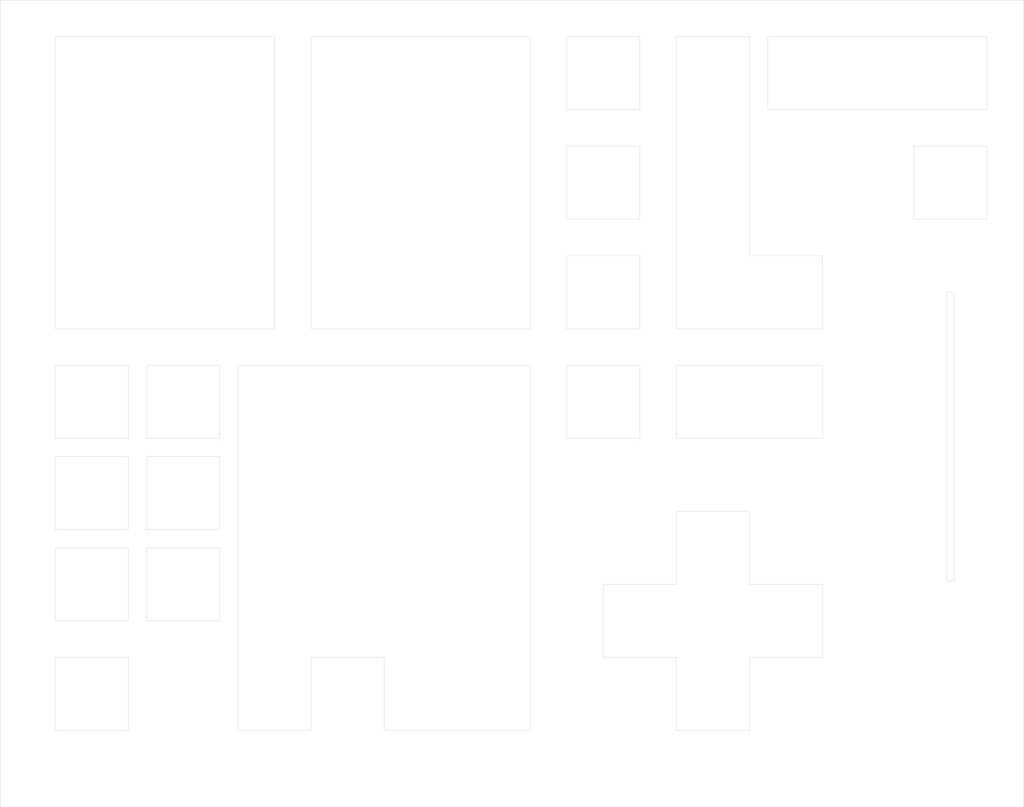
<source format=kicad_pcb>
(kicad_pcb (version 20221018) (generator pcbnew)
  (layers (0 "F.Cu" signal) (31 "B.Cu" signal) (34 "B.Paste" user) (35 "F.Paste" user) (36 "B.SilkS" user "B.Silkscreen") (37 "F.SilkS" user "F.Silkscreen") (38 "B.Mask" user) (39 "F.Mask" user) (44 "Edge.Cuts" user))
  (net 0 "")
  (footprint "MountingHole:MountingHole_3.2mm_M3_DIN965" (layer "F.Cu") (at 85 44)
    (fp_text reference "H6" hide)
    (fp_text value "MountingHole")
    (pad "" np_thru_hole circle (at 0 0) (size 3.2 3.2) (drill 3.2) (layers "F&B.Cu" "*.Mask"))
  )
  (footprint "MountingHole:MountingHole_3.2mm_M3_DIN965" (layer "F.Cu") (at 85.08 159)
    (fp_text reference "H1" hide)
    (fp_text value "MountingHole")
    (pad "" np_thru_hole circle (at 0 0) (size 3.2 3.2) (drill 3.2) (layers "F&B.Cu" "*.Mask"))
  )
  (footprint "MountingHole:MountingHole_3.2mm_M3_DIN965" (layer "F.Cu") (at 230 44)
    (fp_text reference "H5" hide)
    (fp_text value "MountingHole")
    (pad "" np_thru_hole circle (at 0 0) (size 3.2 3.2) (drill 3.2) (layers "F&B.Cu" "*.Mask"))
  )
  (footprint "MountingHole:MountingHole_3.2mm_M3_DIN965" (layer "F.Cu") (at 355 214)
    (fp_text reference "H3" hide)
    (fp_text value "MountingHole")
    (pad "" np_thru_hole circle (at 0 0) (size 3.2 3.2) (drill 3.2) (layers "F&B.Cu" "*.Mask"))
  )
  (footprint "MountingHole:MountingHole_3.2mm_M3_DIN965" (layer "F.Cu") (at 355 239)
    (fp_text reference "H4" hide)
    (fp_text value "MountingHole")
    (pad "" np_thru_hole circle (at 0 0) (size 3.2 3.2) (drill 3.2) (layers "F&B.Cu" "*.Mask"))
  )
  (footprint "MountingHole:MountingHole_3.2mm_M3_DIN965" (layer "F.Cu") (at 230 29)
    (fp_text reference "H4" hide)
    (fp_text value "MountingHole")
    (pad "" np_thru_hole circle (at 0 0) (size 3.2 3.2) (drill 3.2) (layers "F&B.Cu" "*.Mask"))
  )
  (footprint "MountingHole:MountingHole_3.2mm_M3_DIN965" (layer "F.Cu") (at 85 29)
    (fp_text reference "H4" hide)
    (fp_text value "MountingHole")
    (pad "" np_thru_hole circle (at 0 0) (size 3.2 3.2) (drill 3.2) (layers "F&B.Cu" "*.Mask"))
  )
  (footprint "MountingHole:MountingHole_3.2mm_M3_DIN965" (layer "F.Cu") (at 355 29)
    (fp_text reference "H4" hide)
    (fp_text value "MountingHole")
    (pad "" np_thru_hole circle (at 0 0) (size 3.2 3.2) (drill 3.2) (layers "F&B.Cu" "*.Mask"))
  )
  (footprint "MountingHole:MountingHole_3.2mm_M3_DIN965" (layer "F.Cu") (at 230 159)
    (fp_text reference "H2" hide)
    (fp_text value "MountingHole")
    (pad "" np_thru_hole circle (at 0 0) (size 3.2 3.2) (drill 3.2) (layers "F&B.Cu" "*.Mask"))
  )
  (footprint "MountingHole:MountingHole_3.2mm_M3_DIN965" (layer "F.Cu") (at 230 214)
    (fp_text reference "H3" hide)
    (fp_text value "MountingHole")
    (pad "" np_thru_hole circle (at 0 0) (size 3.2 3.2) (drill 3.2) (layers "F&B.Cu" "*.Mask"))
  )
  (footprint "MountingHole:MountingHole_3.2mm_M3_DIN965" (layer "F.Cu") (at 355 44)
    (fp_text reference "H5" hide)
    (fp_text value "MountingHole")
    (pad "" np_thru_hole circle (at 0 0) (size 3.2 3.2) (drill 3.2) (layers "F&B.Cu" "*.Mask"))
  )
  (footprint "MountingHole:MountingHole_3.2mm_M3_DIN965" (layer "F.Cu") (at 85 214)
    (fp_text reference "H4" hide)
    (fp_text value "MountingHole")
    (pad "" np_thru_hole circle (at 0 0) (size 3.2 3.2) (drill 3.2) (layers "F&B.Cu" "*.Mask"))
  )
  (footprint "MountingHole:MountingHole_3.2mm_M3_DIN965" (layer "F.Cu") (at 355 159)
    (fp_text reference "H2" hide)
    (fp_text value "MountingHole")
    (pad "" np_thru_hole circle (at 0 0) (size 3.2 3.2) (drill 3.2) (layers "F&B.Cu" "*.Mask"))
  )
  (footprint "MountingHole:MountingHole_3.2mm_M3_DIN965" (layer "F.Cu") (at 230 239)
    (fp_text reference "H4" hide)
    (fp_text value "MountingHole")
    (pad "" np_thru_hole circle (at 0 0) (size 3.2 3.2) (drill 3.2) (layers "F&B.Cu" "*.Mask"))
  )
  (footprint "MountingHole:MountingHole_3.2mm_M3_DIN965" (layer "F.Cu") (at 85 239)
    (fp_text reference "H4" hide)
    (fp_text value "MountingHole")
    (pad "" np_thru_hole circle (at 0 0) (size 3.2 3.2) (drill 3.2) (layers "F&B.Cu" "*.Mask"))
  )
  (gr_rect (start 235 34) (end 255 54) (stroke (width 0.1)) (fill none) (layer "Edge.Cuts"))
  (gr_rect (start 95 124) (end 115 144) (stroke (width 0.1)) (fill none) (layer "Edge.Cuts"))
  (gr_line (start 245 184) (end 245 204) (stroke (width 0.1)) (layer "Edge.Cuts"))
  (gr_line (start 285 94) (end 285 34) (stroke (width 0.1)) (layer "Edge.Cuts"))
  (gr_line (start 165 224) (end 145 224) (stroke (width 0.1)) (layer "Edge.Cuts"))
  (gr_line (start 165 204) (end 165 224) (stroke (width 0.1)) (layer "Edge.Cuts"))
  (gr_line (start 305 204) (end 305 184) (stroke (width 0.1)) (layer "Edge.Cuts"))
  (gr_line (start 285 184) (end 285 164) (stroke (width 0.1)) (layer "Edge.Cuts"))
  (gr_line (start 285 204) (end 305 204) (stroke (width 0.1)) (layer "Edge.Cuts"))
  (gr_rect (start 330 64) (end 350 84) (stroke (width 0.1)) (fill none) (layer "Edge.Cuts"))
  (gr_line (start 285 224) (end 285 204) (stroke (width 0.1)) (layer "Edge.Cuts"))
  (gr_line (start 265 224) (end 285 224) (stroke (width 0.1)) (layer "Edge.Cuts"))
  (gr_line (start 185 224) (end 185 204) (stroke (width 0.1)) (layer "Edge.Cuts"))
  (gr_line (start 185 204) (end 165 204) (stroke (width 0.1)) (layer "Edge.Cuts"))
  (gr_line (start 245 204) (end 265 204) (stroke (width 0.1)) (layer "Edge.Cuts"))
  (gr_rect (start 235 64) (end 255 84) (stroke (width 0.1)) (fill none) (layer "Edge.Cuts"))
  (gr_rect (start 95 149) (end 115 169) (stroke (width 0.1)) (fill none) (layer "Edge.Cuts"))
  (gr_rect (start 95 174) (end 115 194) (stroke (width 0.1)) (fill none) (layer "Edge.Cuts"))
  (gr_rect (start 235 124) (end 255 144) (stroke (width 0.1)) (fill none) (layer "Edge.Cuts"))
  (gr_rect (start 235 94) (end 255 114) (stroke (width 0.1)) (fill none) (layer "Edge.Cuts"))
  (gr_line (start 305 114) (end 305 94) (stroke (width 0.1)) (layer "Edge.Cuts"))
  (gr_line (start 145 124) (end 225 124) (stroke (width 0.1)) (layer "Edge.Cuts"))
  (gr_line (start 145 224) (end 145 124) (stroke (width 0.1)) (layer "Edge.Cuts"))
  (gr_rect (start 120 149) (end 140 169) (stroke (width 0.1)) (fill none) (layer "Edge.Cuts"))
  (gr_rect (start 80 24) (end 360 245) (stroke (width 0.1)) (fill none) (layer "Edge.Cuts"))
  (gr_line (start 285 34) (end 265 34) (stroke (width 0.1)) (layer "Edge.Cuts"))
  (gr_line (start 305 94) (end 285 94) (stroke (width 0.1)) (layer "Edge.Cuts"))
  (gr_line (start 225 224) (end 185 224) (stroke (width 0.1)) (layer "Edge.Cuts"))
  (gr_line (start 265 204) (end 265 224) (stroke (width 0.1)) (layer "Edge.Cuts"))
  (gr_line (start 265 114) (end 305 114) (stroke (width 0.1)) (layer "Edge.Cuts"))
  (gr_rect (start 120 124) (end 140 144) (stroke (width 0.1)) (fill none) (layer "Edge.Cuts"))
  (gr_line (start 305 184) (end 285 184) (stroke (width 0.1)) (layer "Edge.Cuts"))
  (gr_rect (start 95 204) (end 115 224) (stroke (width 0.1)) (fill none) (layer "Edge.Cuts"))
  (gr_rect (start 265 124) (end 305 144) (stroke (width 0.1)) (fill none) (layer "Edge.Cuts"))
  (gr_line (start 225 124) (end 225 224) (stroke (width 0.1)) (layer "Edge.Cuts"))
  (gr_rect (start 165 34) (end 225 114) (stroke (width 0.1)) (fill none) (layer "Edge.Cuts"))
  (gr_line (start 265 34) (end 265 114) (stroke (width 0.1)) (layer "Edge.Cuts"))
  (gr_line (start 265 184) (end 245 184) (stroke (width 0.1)) (layer "Edge.Cuts"))
  (gr_rect (start 290 34) (end 350 54) (stroke (width 0.1)) (fill none) (layer "Edge.Cuts"))
  (gr_rect (start 120 174) (end 140 194) (stroke (width 0.1)) (fill none) (layer "Edge.Cuts"))
  (gr_rect (start 95 34) (end 155 114) (stroke (width 0.1)) (fill none) (layer "Edge.Cuts"))
  (gr_line (start 265 164) (end 265 184) (stroke (width 0.1)) (layer "Edge.Cuts"))
  (gr_line (start 285 164) (end 265 164) (stroke (width 0.1)) (layer "Edge.Cuts"))
  (gr_rect (start 339 104) (end 341 183) (stroke (width 0.1)) (fill none) (layer "Edge.Cuts"))
)
</source>
